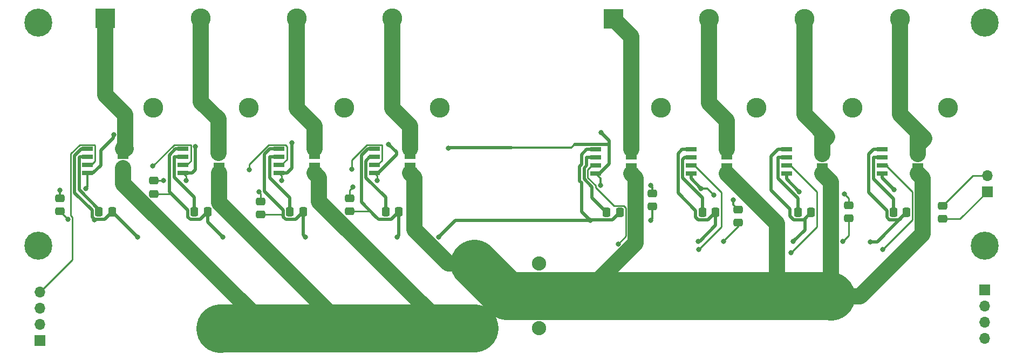
<source format=gbr>
%TF.GenerationSoftware,KiCad,Pcbnew,8.0.3*%
%TF.CreationDate,2024-11-15T02:32:19-08:00*%
%TF.ProjectId,Power_Distribution,506f7765-725f-4446-9973-747269627574,rev?*%
%TF.SameCoordinates,Original*%
%TF.FileFunction,Copper,L1,Top*%
%TF.FilePolarity,Positive*%
%FSLAX46Y46*%
G04 Gerber Fmt 4.6, Leading zero omitted, Abs format (unit mm)*
G04 Created by KiCad (PCBNEW 8.0.3) date 2024-11-15 02:32:19*
%MOMM*%
%LPD*%
G01*
G04 APERTURE LIST*
G04 Aperture macros list*
%AMRoundRect*
0 Rectangle with rounded corners*
0 $1 Rounding radius*
0 $2 $3 $4 $5 $6 $7 $8 $9 X,Y pos of 4 corners*
0 Add a 4 corners polygon primitive as box body*
4,1,4,$2,$3,$4,$5,$6,$7,$8,$9,$2,$3,0*
0 Add four circle primitives for the rounded corners*
1,1,$1+$1,$2,$3*
1,1,$1+$1,$4,$5*
1,1,$1+$1,$6,$7*
1,1,$1+$1,$8,$9*
0 Add four rect primitives between the rounded corners*
20,1,$1+$1,$2,$3,$4,$5,0*
20,1,$1+$1,$4,$5,$6,$7,0*
20,1,$1+$1,$6,$7,$8,$9,0*
20,1,$1+$1,$8,$9,$2,$3,0*%
G04 Aperture macros list end*
%TA.AperFunction,SMDPad,CuDef*%
%ADD10RoundRect,0.250000X-0.475000X0.337500X-0.475000X-0.337500X0.475000X-0.337500X0.475000X0.337500X0*%
%TD*%
%TA.AperFunction,SMDPad,CuDef*%
%ADD11R,1.750000X0.650000*%
%TD*%
%TA.AperFunction,SMDPad,CuDef*%
%ADD12RoundRect,0.250000X-0.337500X-0.475000X0.337500X-0.475000X0.337500X0.475000X-0.337500X0.475000X0*%
%TD*%
%TA.AperFunction,ComponentPad*%
%ADD13R,3.116000X3.116000*%
%TD*%
%TA.AperFunction,ComponentPad*%
%ADD14C,3.116000*%
%TD*%
%TA.AperFunction,ComponentPad*%
%ADD15R,1.700000X1.700000*%
%TD*%
%TA.AperFunction,ComponentPad*%
%ADD16O,1.700000X1.700000*%
%TD*%
%TA.AperFunction,ComponentPad*%
%ADD17C,2.600000*%
%TD*%
%TA.AperFunction,ComponentPad*%
%ADD18C,2.235200*%
%TD*%
%TA.AperFunction,ConnectorPad*%
%ADD19C,4.400000*%
%TD*%
%TA.AperFunction,ViaPad*%
%ADD20C,0.800000*%
%TD*%
%TA.AperFunction,Conductor*%
%ADD21C,0.304800*%
%TD*%
%TA.AperFunction,Conductor*%
%ADD22C,2.500000*%
%TD*%
%TA.AperFunction,Conductor*%
%ADD23C,0.250000*%
%TD*%
%TA.AperFunction,Conductor*%
%ADD24C,0.508000*%
%TD*%
%TA.AperFunction,Conductor*%
%ADD25C,7.500000*%
%TD*%
G04 APERTURE END LIST*
D10*
%TO.P,C_byp2,1*%
%TO.N,5V*%
X277215600Y-122486600D03*
%TO.P,C_byp2,2*%
%TO.N,GND*%
X277215600Y-124561600D03*
%TD*%
D11*
%TO.P,IC2,1,IP+_1*%
%TO.N,+BATT*%
X178362000Y-117465500D03*
%TO.P,IC2,2,IP+_2*%
X178362000Y-116195500D03*
%TO.P,IC2,3,IP-_1*%
%TO.N,PWR2*%
X178362000Y-114925500D03*
%TO.P,IC2,4,IP-_2*%
X178362000Y-113655500D03*
%TO.P,IC2,5,GND*%
%TO.N,GND*%
X172762000Y-113655500D03*
%TO.P,IC2,6,FILTER*%
%TO.N,Net-(IC2-FILTER)*%
X172762000Y-114925500D03*
%TO.P,IC2,7,VIOUT*%
%TO.N,VIout2*%
X172762000Y-116195500D03*
%TO.P,IC2,8,VCC*%
%TO.N,5V*%
X172762000Y-117465500D03*
%TD*%
D10*
%TO.P,C_byp6,1*%
%TO.N,5V*%
X168148000Y-118618000D03*
%TO.P,C_byp6,2*%
%TO.N,GND*%
X168148000Y-120693000D03*
%TD*%
D12*
%TO.P,C_filter1,1*%
%TO.N,Net-(IC1-FILTER)*%
X159524500Y-123560500D03*
%TO.P,C_filter1,2*%
%TO.N,GND*%
X161599500Y-123560500D03*
%TD*%
D11*
%TO.P,IC4,1,IP+_1*%
%TO.N,+BATT*%
X208362000Y-117465500D03*
%TO.P,IC4,2,IP+_2*%
X208362000Y-116195500D03*
%TO.P,IC4,3,IP-_1*%
%TO.N,PWR4*%
X208362000Y-114925500D03*
%TO.P,IC4,4,IP-_2*%
X208362000Y-113655500D03*
%TO.P,IC4,5,GND*%
%TO.N,GND*%
X202762000Y-113655500D03*
%TO.P,IC4,6,FILTER*%
%TO.N,Net-(IC4-FILTER)*%
X202762000Y-114925500D03*
%TO.P,IC4,7,VIOUT*%
%TO.N,VIout4*%
X202762000Y-116195500D03*
%TO.P,IC4,8,VCC*%
%TO.N,5V*%
X202762000Y-117465500D03*
%TD*%
D13*
%TO.P,J2,1,1*%
%TO.N,PWR5*%
X240270000Y-93218000D03*
D14*
%TO.P,J2,2,2*%
%TO.N,-BATT*%
X247770000Y-107218000D03*
%TO.P,J2,3,3*%
%TO.N,PWR6*%
X255270000Y-93218000D03*
%TO.P,J2,4,4*%
%TO.N,-BATT*%
X262770000Y-107218000D03*
%TO.P,J2,5,5*%
%TO.N,PWR7*%
X270270000Y-93218000D03*
%TO.P,J2,6,6*%
%TO.N,-BATT*%
X277770000Y-107218000D03*
%TO.P,J2,7,7*%
%TO.N,PWR8*%
X285270000Y-93218000D03*
%TO.P,J2,8,8*%
%TO.N,-BATT*%
X292770000Y-107218000D03*
%TD*%
D10*
%TO.P,C_byp8,1*%
%TO.N,5V*%
X198882000Y-121390500D03*
%TO.P,C_byp8,2*%
%TO.N,GND*%
X198882000Y-123465500D03*
%TD*%
D12*
%TO.P,C_filter8,1*%
%TO.N,Net-(IC8-FILTER)*%
X284232500Y-123618000D03*
%TO.P,C_filter8,2*%
%TO.N,GND*%
X286307500Y-123618000D03*
%TD*%
%TO.P,C_filter7,1*%
%TO.N,Net-(IC7-FILTER)*%
X269232500Y-123618000D03*
%TO.P,C_filter7,2*%
%TO.N,GND*%
X271307500Y-123618000D03*
%TD*%
D11*
%TO.P,IC7,1,IP+_1*%
%TO.N,+BATT*%
X273070000Y-117523000D03*
%TO.P,IC7,2,IP+_2*%
X273070000Y-116253000D03*
%TO.P,IC7,3,IP-_1*%
%TO.N,PWR7*%
X273070000Y-114983000D03*
%TO.P,IC7,4,IP-_2*%
X273070000Y-113713000D03*
%TO.P,IC7,5,GND*%
%TO.N,GND*%
X267470000Y-113713000D03*
%TO.P,IC7,6,FILTER*%
%TO.N,Net-(IC7-FILTER)*%
X267470000Y-114983000D03*
%TO.P,IC7,7,VIOUT*%
%TO.N,VIout7*%
X267470000Y-116253000D03*
%TO.P,IC7,8,VCC*%
%TO.N,5V*%
X267470000Y-117523000D03*
%TD*%
D15*
%TO.P,J3,1,Pin_1*%
%TO.N,VIout4*%
X150275000Y-143800000D03*
D16*
%TO.P,J3,2,Pin_2*%
%TO.N,VIout3*%
X150275000Y-141260000D03*
%TO.P,J3,3,Pin_3*%
%TO.N,VIout2*%
X150275000Y-138720000D03*
%TO.P,J3,4,Pin_4*%
%TO.N,VIout1*%
X150275000Y-136180000D03*
%TD*%
D12*
%TO.P,C_filter4,1*%
%TO.N,Net-(IC4-FILTER)*%
X204524500Y-123560500D03*
%TO.P,C_filter4,2*%
%TO.N,GND*%
X206599500Y-123560500D03*
%TD*%
D10*
%TO.P,C_byp3,1*%
%TO.N,5V*%
X259842000Y-123168500D03*
%TO.P,C_byp3,2*%
%TO.N,GND*%
X259842000Y-125243500D03*
%TD*%
D13*
%TO.P,J1,1,1*%
%TO.N,PWR1*%
X160562000Y-93160500D03*
D14*
%TO.P,J1,2,2*%
%TO.N,-BATT*%
X168062000Y-107160500D03*
%TO.P,J1,3,3*%
%TO.N,PWR2*%
X175562000Y-93160500D03*
%TO.P,J1,4,4*%
%TO.N,-BATT*%
X183062000Y-107160500D03*
%TO.P,J1,5,5*%
%TO.N,PWR3*%
X190562000Y-93160500D03*
%TO.P,J1,6,6*%
%TO.N,-BATT*%
X198062000Y-107160500D03*
%TO.P,J1,7,7*%
%TO.N,PWR4*%
X205562000Y-93160500D03*
%TO.P,J1,8,8*%
%TO.N,-BATT*%
X213062000Y-107160500D03*
%TD*%
D12*
%TO.P,C_filter3,1*%
%TO.N,Net-(IC3-FILTER)*%
X189524500Y-123560500D03*
%TO.P,C_filter3,2*%
%TO.N,GND*%
X191599500Y-123560500D03*
%TD*%
D11*
%TO.P,IC3,1,IP+_1*%
%TO.N,+BATT*%
X193362000Y-117465500D03*
%TO.P,IC3,2,IP+_2*%
X193362000Y-116195500D03*
%TO.P,IC3,3,IP-_1*%
%TO.N,PWR3*%
X193362000Y-114925500D03*
%TO.P,IC3,4,IP-_2*%
X193362000Y-113655500D03*
%TO.P,IC3,5,GND*%
%TO.N,GND*%
X187762000Y-113655500D03*
%TO.P,IC3,6,FILTER*%
%TO.N,Net-(IC3-FILTER)*%
X187762000Y-114925500D03*
%TO.P,IC3,7,VIOUT*%
%TO.N,VIout3*%
X187762000Y-116195500D03*
%TO.P,IC3,8,VCC*%
%TO.N,5V*%
X187762000Y-117465500D03*
%TD*%
D15*
%TO.P,J5,1,Pin_1*%
%TO.N,VIout8*%
X298550000Y-135825000D03*
D16*
%TO.P,J5,2,Pin_2*%
%TO.N,VIout7*%
X298550000Y-138365000D03*
%TO.P,J5,3,Pin_3*%
%TO.N,VIout6*%
X298550000Y-140905000D03*
%TO.P,J5,4,Pin_4*%
%TO.N,VIout5*%
X298550000Y-143445000D03*
%TD*%
D11*
%TO.P,IC8,1,IP+_1*%
%TO.N,+BATT*%
X288070000Y-117523000D03*
%TO.P,IC8,2,IP+_2*%
X288070000Y-116253000D03*
%TO.P,IC8,3,IP-_1*%
%TO.N,PWR8*%
X288070000Y-114983000D03*
%TO.P,IC8,4,IP-_2*%
X288070000Y-113713000D03*
%TO.P,IC8,5,GND*%
%TO.N,GND*%
X282470000Y-113713000D03*
%TO.P,IC8,6,FILTER*%
%TO.N,Net-(IC8-FILTER)*%
X282470000Y-114983000D03*
%TO.P,IC8,7,VIOUT*%
%TO.N,VIout8*%
X282470000Y-116253000D03*
%TO.P,IC8,8,VCC*%
%TO.N,5V*%
X282470000Y-117523000D03*
%TD*%
%TO.P,IC5,1,IP+_1*%
%TO.N,+BATT*%
X243070000Y-117523000D03*
%TO.P,IC5,2,IP+_2*%
X243070000Y-116253000D03*
%TO.P,IC5,3,IP-_1*%
%TO.N,PWR5*%
X243070000Y-114983000D03*
%TO.P,IC5,4,IP-_2*%
X243070000Y-113713000D03*
%TO.P,IC5,5,GND*%
%TO.N,GND*%
X237470000Y-113713000D03*
%TO.P,IC5,6,FILTER*%
%TO.N,Net-(IC5-FILTER)*%
X237470000Y-114983000D03*
%TO.P,IC5,7,VIOUT*%
%TO.N,VIout5*%
X237470000Y-116253000D03*
%TO.P,IC5,8,VCC*%
%TO.N,5V*%
X237470000Y-117523000D03*
%TD*%
D17*
%TO.P,,1*%
%TO.N,N/C*%
X150050000Y-128825000D03*
%TD*%
D12*
%TO.P,C_filter2,1*%
%TO.N,Net-(IC2-FILTER)*%
X174524500Y-123560500D03*
%TO.P,C_filter2,2*%
%TO.N,GND*%
X176599500Y-123560500D03*
%TD*%
D10*
%TO.P,C_byp7,1*%
%TO.N,5V*%
X184912000Y-121898500D03*
%TO.P,C_byp7,2*%
%TO.N,GND*%
X184912000Y-123973500D03*
%TD*%
D18*
%TO.P,J4,1A,1A*%
%TO.N,+BATT*%
X218440000Y-131690000D03*
%TO.P,J4,1B,1B*%
X218440000Y-141850000D03*
%TO.P,J4,2A,2A*%
%TO.N,-BATT*%
X228600000Y-131690000D03*
%TO.P,J4,2B,2B*%
X228600000Y-141850000D03*
%TD*%
D17*
%TO.P,REF\u002A\u002A,1*%
%TO.N,N/C*%
X298550000Y-128825000D03*
D19*
X298550000Y-128825000D03*
%TD*%
D10*
%TO.P,C_byp4,1*%
%TO.N,5V*%
X246380000Y-120628500D03*
%TO.P,C_byp4,2*%
%TO.N,GND*%
X246380000Y-122703500D03*
%TD*%
D12*
%TO.P,C_filter6,1*%
%TO.N,Net-(IC6-FILTER)*%
X254232500Y-123618000D03*
%TO.P,C_filter6,2*%
%TO.N,GND*%
X256307500Y-123618000D03*
%TD*%
%TO.P,C_filter5,1*%
%TO.N,Net-(IC5-FILTER)*%
X239232500Y-123618000D03*
%TO.P,C_filter5,2*%
%TO.N,GND*%
X241307500Y-123618000D03*
%TD*%
D15*
%TO.P,REF\u002A\u002A,1*%
%TO.N,GND*%
X298933000Y-120376000D03*
D16*
%TO.P,REF\u002A\u002A,2*%
%TO.N,5V*%
X298933000Y-117836000D03*
%TD*%
D17*
%TO.P,REF\u002A\u002A,1*%
%TO.N,N/C*%
X150050000Y-128825000D03*
D19*
X150050000Y-128825000D03*
%TD*%
D10*
%TO.P,C_byp1,1*%
%TO.N,5V*%
X291947600Y-122558900D03*
%TO.P,C_byp1,2*%
%TO.N,GND*%
X291947600Y-124633900D03*
%TD*%
D17*
%TO.P,REF\u002A\u002A,1*%
%TO.N,N/C*%
X298550000Y-93825000D03*
D19*
X298550000Y-93825000D03*
%TD*%
D11*
%TO.P,IC6,1,IP+_1*%
%TO.N,+BATT*%
X258070000Y-117523000D03*
%TO.P,IC6,2,IP+_2*%
X258070000Y-116253000D03*
%TO.P,IC6,3,IP-_1*%
%TO.N,PWR6*%
X258070000Y-114983000D03*
%TO.P,IC6,4,IP-_2*%
X258070000Y-113713000D03*
%TO.P,IC6,5,GND*%
%TO.N,GND*%
X252470000Y-113713000D03*
%TO.P,IC6,6,FILTER*%
%TO.N,Net-(IC6-FILTER)*%
X252470000Y-114983000D03*
%TO.P,IC6,7,VIOUT*%
%TO.N,VIout6*%
X252470000Y-116253000D03*
%TO.P,IC6,8,VCC*%
%TO.N,5V*%
X252470000Y-117523000D03*
%TD*%
D17*
%TO.P,REF\u002A\u002A,1*%
%TO.N,N/C*%
X150050000Y-93825000D03*
D19*
X150050000Y-93825000D03*
%TD*%
D10*
%TO.P,C_byp5,1*%
%TO.N,5V*%
X153416000Y-121390500D03*
%TO.P,C_byp5,2*%
%TO.N,GND*%
X153416000Y-123465500D03*
%TD*%
D11*
%TO.P,IC1,1,IP+_1*%
%TO.N,+BATT*%
X163362000Y-117465500D03*
%TO.P,IC1,2,IP+_2*%
X163362000Y-116195500D03*
%TO.P,IC1,3,IP-_1*%
%TO.N,PWR1*%
X163362000Y-114925500D03*
%TO.P,IC1,4,IP-_2*%
X163362000Y-113655500D03*
%TO.P,IC1,5,GND*%
%TO.N,GND*%
X157762000Y-113655500D03*
%TO.P,IC1,6,FILTER*%
%TO.N,Net-(IC1-FILTER)*%
X157762000Y-114925500D03*
%TO.P,IC1,7,VIOUT*%
%TO.N,VIout1*%
X157762000Y-116195500D03*
%TO.P,IC1,8,VCC*%
%TO.N,5V*%
X157762000Y-117465500D03*
%TD*%
D20*
%TO.N,5V*%
X276555200Y-120751600D03*
%TO.N,GND*%
X276301200Y-128175000D03*
%TO.N,5V*%
X254050000Y-119875000D03*
X238325000Y-111100000D03*
X188214000Y-118618000D03*
X169672000Y-118618000D03*
X284350000Y-120075000D03*
X173228000Y-118618000D03*
X153416000Y-120142000D03*
X161856100Y-111442411D03*
X184658000Y-120396000D03*
X199390000Y-119634000D03*
X203200000Y-118618000D03*
X246126000Y-119380000D03*
X214376000Y-113538000D03*
X238252000Y-119380000D03*
X259080000Y-121666000D03*
X174690200Y-113280217D03*
X157480000Y-119888000D03*
X256032000Y-120904000D03*
X204985169Y-112899491D03*
X189794524Y-112708846D03*
X269450000Y-120375000D03*
%TO.N,VIout2*%
X168000000Y-116350000D03*
%TO.N,VIout3*%
X183150000Y-116900000D03*
%TO.N,VIout4*%
X199200000Y-116850000D03*
%TO.N,VIout5*%
X241030447Y-128564331D03*
%TO.N,VIout6*%
X253675000Y-129425000D03*
%TO.N,VIout7*%
X268125000Y-129975000D03*
%TO.N,VIout8*%
X282550000Y-129425000D03*
%TO.N,GND*%
X253625000Y-128175000D03*
X154686000Y-124714000D03*
X280600000Y-128225000D03*
X212852000Y-127508000D03*
X257556000Y-128175000D03*
X165625000Y-127525000D03*
X246126000Y-124850000D03*
X158843821Y-124818412D03*
X268525000Y-128175000D03*
X206300000Y-127525000D03*
X179025000Y-127525000D03*
X236625000Y-124850000D03*
X191950000Y-127475000D03*
%TD*%
D21*
%TO.N,5V*%
X224260500Y-113462000D02*
X233674396Y-113462000D01*
X233674396Y-113462000D02*
X234211396Y-112925000D01*
D22*
%TO.N,PWR8*%
X285270000Y-108232000D02*
X288070000Y-111032000D01*
X288070000Y-111032000D02*
X288070000Y-114478000D01*
%TO.N,PWR7*%
X270270000Y-108218000D02*
X273100800Y-111048800D01*
X273100800Y-111048800D02*
X273100800Y-114478000D01*
%TO.N,PWR6*%
X255270000Y-106426000D02*
X258070000Y-109226000D01*
X258070000Y-109226000D02*
X258070000Y-113713000D01*
D23*
%TO.N,GND*%
X291947600Y-124633900D02*
X294675100Y-124633900D01*
X294675100Y-124633900D02*
X298933000Y-120376000D01*
%TO.N,5V*%
X298933000Y-117836000D02*
X296670500Y-117836000D01*
X296670500Y-117836000D02*
X291947600Y-122558900D01*
X277215600Y-122486600D02*
X277215600Y-121412000D01*
X277215600Y-121412000D02*
X276555200Y-120751600D01*
%TO.N,GND*%
X277215600Y-124561600D02*
X277215600Y-127260600D01*
X277215600Y-127260600D02*
X276301200Y-128175000D01*
D24*
%TO.N,Net-(IC1-FILTER)*%
X156433000Y-115009490D02*
X156433000Y-120053264D01*
X157762000Y-114925500D02*
X156516990Y-114925500D01*
X156516990Y-114925500D02*
X156433000Y-115009490D01*
X156433000Y-120053264D02*
X159524500Y-123144764D01*
%TO.N,5V*%
X267470000Y-118395000D02*
X267470000Y-117523000D01*
D23*
X198882000Y-120142000D02*
X199390000Y-119634000D01*
D24*
X161787000Y-111563000D02*
X161787000Y-111963000D01*
D23*
X188214000Y-118618000D02*
X188214000Y-117917500D01*
D21*
X246380000Y-119634000D02*
X246126000Y-119380000D01*
D24*
X189034500Y-117465500D02*
X189794524Y-116705476D01*
D23*
X184912000Y-121898500D02*
X184912000Y-120650000D01*
D24*
X238050000Y-117523000D02*
X239600000Y-115973000D01*
D23*
X161856100Y-111493900D02*
X161856100Y-111442411D01*
D21*
X153416000Y-120142000D02*
X153416000Y-121390500D01*
D24*
X282470000Y-118195000D02*
X282470000Y-117523000D01*
X239400000Y-112925000D02*
X234211396Y-112925000D01*
X158600000Y-117465500D02*
X157762000Y-117465500D01*
X206225000Y-114139322D02*
X204985169Y-112899491D01*
X159850000Y-116215500D02*
X158600000Y-117465500D01*
D23*
X214452000Y-113462000D02*
X214376000Y-113538000D01*
D24*
X159850000Y-113900000D02*
X159850000Y-116215500D01*
D23*
X188214000Y-117917500D02*
X187762000Y-117465500D01*
X198882000Y-121390500D02*
X198882000Y-120142000D01*
D24*
X239600000Y-115973000D02*
X239600000Y-112375000D01*
D21*
X259080000Y-122406500D02*
X259842000Y-123168500D01*
X259080000Y-121666000D02*
X259080000Y-122406500D01*
D23*
X203200000Y-118618000D02*
X203200000Y-117903500D01*
X168148000Y-118618000D02*
X169672000Y-118618000D01*
D24*
X269450000Y-120375000D02*
X267470000Y-118395000D01*
D21*
X157762000Y-117465500D02*
X157762000Y-119606000D01*
X238252000Y-118305000D02*
X237470000Y-117523000D01*
D24*
X174145000Y-117465500D02*
X174690200Y-116920300D01*
D21*
X238252000Y-119380000D02*
X238252000Y-118305000D01*
X254050000Y-119875000D02*
X255003000Y-119875000D01*
D23*
X161787000Y-111563000D02*
X161856100Y-111493900D01*
D24*
X189794524Y-116705476D02*
X189794524Y-112708846D01*
X203342000Y-117465500D02*
X206225000Y-114582500D01*
X252470000Y-118295000D02*
X252470000Y-117523000D01*
D23*
X173228000Y-118618000D02*
X173228000Y-117931500D01*
D24*
X174690200Y-116920300D02*
X174690200Y-113280217D01*
X206225000Y-114582500D02*
X206225000Y-114139322D01*
X239600000Y-112375000D02*
X238325000Y-111100000D01*
D23*
X203200000Y-117903500D02*
X202762000Y-117465500D01*
X173228000Y-117931500D02*
X172762000Y-117465500D01*
D24*
X284350000Y-120075000D02*
X282470000Y-118195000D01*
X161787000Y-111963000D02*
X159850000Y-113900000D01*
D21*
X255003000Y-119875000D02*
X256032000Y-120904000D01*
D24*
X224260500Y-113462000D02*
X214452000Y-113462000D01*
D21*
X157762000Y-119606000D02*
X157480000Y-119888000D01*
X246380000Y-120628500D02*
X246380000Y-119634000D01*
D24*
X172762000Y-117465500D02*
X174145000Y-117465500D01*
X188312000Y-117465500D02*
X189034500Y-117465500D01*
D23*
X184912000Y-120650000D02*
X184658000Y-120396000D01*
D24*
X254050000Y-119875000D02*
X252470000Y-118295000D01*
D23*
%TO.N,VIout1*%
X155414200Y-131040800D02*
X155414200Y-124412369D01*
X156562000Y-113005500D02*
X158880500Y-113005500D01*
X158880500Y-113005500D02*
X158962000Y-113087000D01*
X155146000Y-114421500D02*
X156562000Y-113005500D01*
X158962000Y-115575500D02*
X158342000Y-116195500D01*
X150275000Y-136180000D02*
X155414200Y-131040800D01*
X155414200Y-124412369D02*
X155146000Y-124144169D01*
X158962000Y-113087000D02*
X158962000Y-115575500D01*
X155146000Y-124144169D02*
X155146000Y-114421500D01*
%TO.N,VIout2*%
X168000000Y-116350000D02*
X171344500Y-113005500D01*
X173962000Y-115575500D02*
X173342000Y-116195500D01*
X171344500Y-113005500D02*
X173962000Y-113005500D01*
X173962000Y-113005500D02*
X173962000Y-115575500D01*
D24*
%TO.N,Net-(IC2-FILTER)*%
X174524500Y-121249500D02*
X174524500Y-123560500D01*
X172762000Y-114925500D02*
X171379000Y-114925500D01*
X171379000Y-118104000D02*
X174524500Y-121249500D01*
X171379000Y-114925500D02*
X171379000Y-118104000D01*
%TO.N,Net-(IC3-FILTER)*%
X187762000Y-114925500D02*
X186379000Y-114925500D01*
X186379000Y-118190500D02*
X189524500Y-121336000D01*
X189524500Y-121336000D02*
X189524500Y-123560500D01*
X186379000Y-114925500D02*
X186379000Y-118190500D01*
D23*
%TO.N,VIout3*%
X189050000Y-113250000D02*
X189050000Y-115325000D01*
X189050000Y-115325000D02*
X188179500Y-116195500D01*
X186210170Y-113005500D02*
X188805500Y-113005500D01*
X183150000Y-116900000D02*
X183150000Y-116065670D01*
X188805500Y-113005500D02*
X189050000Y-113250000D01*
X183150000Y-116065670D02*
X186210170Y-113005500D01*
D24*
%TO.N,Net-(IC4-FILTER)*%
X202049500Y-114925500D02*
X201433000Y-115542000D01*
X201433000Y-118158000D02*
X204524500Y-121249500D01*
X201433000Y-115542000D02*
X201433000Y-118158000D01*
X204524500Y-121249500D02*
X204524500Y-123560500D01*
X202762000Y-114925500D02*
X202049500Y-114925500D01*
D23*
%TO.N,VIout4*%
X201562000Y-113005500D02*
X203962000Y-113005500D01*
X203962000Y-115478500D02*
X203245000Y-116195500D01*
X203962000Y-113005500D02*
X203962000Y-115478500D01*
X199200000Y-116850000D02*
X199200000Y-115367500D01*
X199200000Y-115367500D02*
X201562000Y-113005500D01*
D24*
%TO.N,Net-(IC5-FILTER)*%
X236087000Y-114983000D02*
X236087000Y-116267170D01*
X236944800Y-119653630D02*
X236944800Y-121330300D01*
X236944800Y-121330300D02*
X239232500Y-123618000D01*
X236087000Y-116267170D02*
X235691000Y-116663170D01*
X237470000Y-114983000D02*
X236087000Y-114983000D01*
X235691000Y-118399830D02*
X236944800Y-119653630D01*
X235691000Y-116663170D02*
X235691000Y-118399830D01*
D23*
%TO.N,VIout5*%
X242220000Y-122897900D02*
X242220000Y-127374778D01*
X236270000Y-118160000D02*
X237523800Y-119413800D01*
X240410169Y-122568000D02*
X241890100Y-122568000D01*
X236270000Y-116903000D02*
X236270000Y-118160000D01*
X236920000Y-116253000D02*
X236270000Y-116903000D01*
X237523800Y-119681631D02*
X240410169Y-122568000D01*
X242220000Y-127374778D02*
X241030447Y-128564331D01*
X237523800Y-119413800D02*
X237523800Y-119681631D01*
X241890100Y-122568000D02*
X242220000Y-122897900D01*
%TO.N,VIout6*%
X257220000Y-120453000D02*
X253020000Y-116253000D01*
X253675000Y-129425000D02*
X257220000Y-125880000D01*
X257220000Y-125880000D02*
X257220000Y-120453000D01*
D24*
%TO.N,Net-(IC6-FILTER)*%
X251141000Y-115284000D02*
X251442000Y-114983000D01*
X254232500Y-123618000D02*
X254232500Y-121280500D01*
X254232500Y-121280500D02*
X251141000Y-118189000D01*
X251141000Y-118189000D02*
X251141000Y-115284000D01*
X251442000Y-114983000D02*
X252470000Y-114983000D01*
D23*
%TO.N,VIout7*%
X268125000Y-129975000D02*
X272220000Y-125880000D01*
X272220000Y-125880000D02*
X272220000Y-120423000D01*
X272220000Y-120423000D02*
X268050000Y-116253000D01*
D24*
%TO.N,Net-(IC7-FILTER)*%
X269232500Y-121393500D02*
X269232500Y-123618000D01*
X266087000Y-118248000D02*
X269232500Y-121393500D01*
X266087000Y-114983000D02*
X266087000Y-118248000D01*
X267470000Y-114983000D02*
X266087000Y-114983000D01*
%TO.N,Net-(IC8-FILTER)*%
X281087000Y-114983000D02*
X281087000Y-118337000D01*
X281087000Y-118337000D02*
X284232500Y-121482500D01*
X282470000Y-114983000D02*
X281087000Y-114983000D01*
X284232500Y-121482500D02*
X284232500Y-123618000D01*
D23*
%TO.N,VIout8*%
X282470000Y-116253000D02*
X283295000Y-116253000D01*
X287220000Y-120423000D02*
X283050000Y-116253000D01*
X287220000Y-124755000D02*
X287220000Y-120423000D01*
X282550000Y-129425000D02*
X287220000Y-124755000D01*
D25*
%TO.N,+BATT*%
X209175000Y-141850000D02*
X194125000Y-141850000D01*
D22*
X243795000Y-118248000D02*
X243795000Y-128420600D01*
D25*
X223507600Y-136757600D02*
X251650000Y-136757600D01*
X251650000Y-136757600D02*
X266025000Y-136757600D01*
D22*
X258070000Y-117523000D02*
X265946800Y-125399800D01*
X186081410Y-141850000D02*
X194125000Y-141850000D01*
X163362000Y-119130590D02*
X186081410Y-141850000D01*
X214042910Y-141850000D02*
X218440000Y-141850000D01*
D25*
X218440000Y-141850000D02*
X209175000Y-141850000D01*
D22*
X194087000Y-118190500D02*
X194087000Y-121894090D01*
X194087000Y-121894090D02*
X214042910Y-141850000D01*
X278950000Y-136800000D02*
X274400000Y-136800000D01*
X288795000Y-118248000D02*
X288795000Y-126955000D01*
X243070000Y-117523000D02*
X243795000Y-118248000D01*
X198112590Y-141850000D02*
X209175000Y-141850000D01*
D25*
X194125000Y-141850000D02*
X178600000Y-141850000D01*
D22*
X235458000Y-136757600D02*
X223507600Y-136757600D01*
X178362000Y-122099410D02*
X198112590Y-141850000D01*
X288795000Y-126955000D02*
X278950000Y-136800000D01*
X273070000Y-117523000D02*
X274400000Y-118853000D01*
X265946800Y-125399800D02*
X265946800Y-136679400D01*
X288070000Y-117523000D02*
X288795000Y-118248000D01*
X208362000Y-117465500D02*
X209087000Y-118190500D01*
D25*
X218440000Y-131690000D02*
X223507600Y-136757600D01*
D22*
X178362000Y-117465500D02*
X178362000Y-122099410D01*
X214417704Y-131690000D02*
X218440000Y-131690000D01*
X193362000Y-117465500D02*
X194087000Y-118190500D01*
X274400000Y-118853000D02*
X274400000Y-136800000D01*
D25*
X178600000Y-141850000D02*
X178575000Y-141875000D01*
D22*
X243795000Y-128420600D02*
X235458000Y-136757600D01*
D25*
X266025000Y-136757600D02*
X274357600Y-136757600D01*
D22*
X265946800Y-136679400D02*
X266025000Y-136757600D01*
X182250000Y-138200000D02*
X178575000Y-141875000D01*
D25*
X274357600Y-136757600D02*
X274400000Y-136800000D01*
D22*
X163362000Y-119130590D02*
X163362000Y-116700500D01*
X209087000Y-118190500D02*
X209087000Y-126359296D01*
X209087000Y-126359296D02*
X214417704Y-131690000D01*
%TO.N,PWR2*%
X175562000Y-93160500D02*
X175562000Y-106220000D01*
X175562000Y-106220000D02*
X178308000Y-108966000D01*
X178308000Y-108966000D02*
X178308000Y-114300000D01*
%TO.N,PWR3*%
X193362000Y-110050000D02*
X193362000Y-113655500D01*
X190562000Y-107250000D02*
X193362000Y-110050000D01*
X190562000Y-93160500D02*
X190562000Y-107250000D01*
D24*
X193362000Y-113655500D02*
X193362000Y-114925500D01*
%TO.N,PWR4*%
X208362000Y-113655500D02*
X208362000Y-114925500D01*
D22*
X208362000Y-110064000D02*
X208362000Y-113655500D01*
X205562000Y-107264000D02*
X208362000Y-110064000D01*
X205562000Y-93160500D02*
X205562000Y-107264000D01*
%TO.N,PWR5*%
X240270000Y-93218000D02*
X243070000Y-96018000D01*
D24*
X243070000Y-113713000D02*
X243070000Y-114983000D01*
D22*
X243070000Y-96018000D02*
X243070000Y-113713000D01*
D24*
%TO.N,PWR6*%
X258070000Y-114983000D02*
X258070000Y-113713000D01*
D22*
X255270000Y-93218000D02*
X255270000Y-106426000D01*
%TO.N,PWR7*%
X270270000Y-108218000D02*
X273812000Y-111760000D01*
X273812000Y-111760000D02*
X273070000Y-112502000D01*
X270270000Y-93218000D02*
X270270000Y-108218000D01*
X273070000Y-112502000D02*
X273070000Y-113713000D01*
D24*
X273070000Y-114983000D02*
X273070000Y-113713000D01*
D22*
%TO.N,PWR8*%
X288070000Y-112996000D02*
X288070000Y-113713000D01*
X289052000Y-112014000D02*
X288070000Y-112996000D01*
X285270000Y-108232000D02*
X289052000Y-112014000D01*
X285270000Y-93218000D02*
X285270000Y-108232000D01*
D24*
X288070000Y-113713000D02*
X288070000Y-114983000D01*
D22*
%TO.N,PWR1*%
X163712500Y-113655500D02*
X163362000Y-113655500D01*
X160562000Y-93160500D02*
X160562000Y-105120218D01*
X163709300Y-108267518D02*
X163709300Y-113308200D01*
X160562000Y-105120218D02*
X163709300Y-108267518D01*
X163709300Y-113308200D02*
X163362000Y-113655500D01*
D24*
%TO.N,GND*%
X185550000Y-114484500D02*
X185550000Y-120348500D01*
D21*
X246380000Y-122703500D02*
X246380000Y-124596000D01*
D24*
X158888466Y-124739500D02*
X160420500Y-124739500D01*
X205420500Y-124739500D02*
X206599500Y-123560500D01*
X281087000Y-113713000D02*
X280300000Y-114500000D01*
D23*
X168148000Y-120693000D02*
X170894500Y-120693000D01*
D24*
X200725000Y-121985000D02*
X203073000Y-124333000D01*
X270128500Y-124797000D02*
X270325250Y-124600250D01*
X267970000Y-124170534D02*
X268596466Y-124797000D01*
X280300000Y-120448000D02*
X283191000Y-123339000D01*
X281700500Y-128225000D02*
X286307500Y-123618000D01*
X200725000Y-114661330D02*
X200725000Y-121985000D01*
X255128500Y-124797000D02*
X256307500Y-123618000D01*
X283596466Y-124797000D02*
X285128500Y-124797000D01*
X235275000Y-118985094D02*
X235275000Y-123515000D01*
X234983000Y-118693094D02*
X235275000Y-118985094D01*
X173888466Y-124739500D02*
X175420500Y-124739500D01*
X256307500Y-125667500D02*
X253800000Y-128175000D01*
X253596466Y-124797000D02*
X255128500Y-124797000D01*
X266087000Y-113713000D02*
X265000000Y-114800000D01*
X175420500Y-124739500D02*
X176599500Y-123560500D01*
X252470000Y-113713000D02*
X251087000Y-113713000D01*
D21*
X259842000Y-125889000D02*
X257556000Y-128175000D01*
D24*
X236557000Y-124797000D02*
X240128500Y-124797000D01*
X285128500Y-124797000D02*
X286307500Y-123618000D01*
X282470000Y-113713000D02*
X281087000Y-113713000D01*
X265000000Y-114800000D02*
X265000000Y-120148000D01*
X202762000Y-113655500D02*
X201730830Y-113655500D01*
D23*
X202205500Y-123465500D02*
X203073000Y-124333000D01*
D24*
X256307500Y-125667500D02*
X256307500Y-123618000D01*
X253191000Y-123339000D02*
X253191000Y-124391534D01*
X270325250Y-126374750D02*
X268525000Y-128175000D01*
X170575000Y-114593830D02*
X170575000Y-120373500D01*
X188483000Y-123281500D02*
X188483000Y-124334034D01*
X280300000Y-114500000D02*
X280300000Y-120448000D01*
X250433000Y-120581000D02*
X253191000Y-123339000D01*
X203479500Y-124739500D02*
X205420500Y-124739500D01*
X237470000Y-113713000D02*
X236087000Y-113713000D01*
X270325250Y-124600250D02*
X271307500Y-123618000D01*
X265000000Y-120148000D02*
X267970000Y-123118000D01*
X280600000Y-128225000D02*
X281700500Y-128225000D01*
X155725000Y-120523500D02*
X158483000Y-123281500D01*
X172762000Y-113655500D02*
X171513330Y-113655500D01*
X236087000Y-113713000D02*
X235275000Y-114525000D01*
X157762000Y-113655500D02*
X156785726Y-113655500D01*
X170575000Y-120373500D02*
X171531750Y-121330250D01*
X187762000Y-113655500D02*
X186379000Y-113655500D01*
X206599500Y-127225500D02*
X206599500Y-123560500D01*
X235275000Y-116077907D02*
X234983000Y-116369906D01*
X215510000Y-124850000D02*
X212852000Y-127508000D01*
X203073000Y-124333000D02*
X203479500Y-124739500D01*
X185550000Y-120348500D02*
X188483000Y-123281500D01*
D23*
X184912000Y-123973500D02*
X188122466Y-123973500D01*
D24*
X171513330Y-113655500D02*
X170575000Y-114593830D01*
X173483000Y-124334034D02*
X173888466Y-124739500D01*
X176599500Y-125099500D02*
X176599500Y-123560500D01*
X268596466Y-124797000D02*
X270128500Y-124797000D01*
X188888466Y-124739500D02*
X190420500Y-124739500D01*
X156785726Y-113655500D02*
X155725000Y-114716226D01*
D21*
X259842000Y-125243500D02*
X259842000Y-125889000D01*
D24*
X240128500Y-124797000D02*
X241307500Y-123618000D01*
X270325250Y-124600250D02*
X270325250Y-126374750D01*
X250433000Y-114367000D02*
X250433000Y-120581000D01*
X191599500Y-127124500D02*
X191599500Y-123560500D01*
X283191000Y-124391534D02*
X283596466Y-124797000D01*
X165625000Y-127525000D02*
X161660500Y-123560500D01*
X234983000Y-116369906D02*
X234983000Y-118693094D01*
X188483000Y-124334034D02*
X188888466Y-124739500D01*
X235275000Y-123515000D02*
X236557000Y-124797000D01*
X171531750Y-121330250D02*
X173483000Y-123281500D01*
D21*
X153437500Y-123465500D02*
X154686000Y-124714000D01*
D24*
X158483000Y-124334034D02*
X158888466Y-124739500D01*
X186379000Y-113655500D02*
X185550000Y-114484500D01*
X206300000Y-127525000D02*
X206599500Y-127225500D01*
X190420500Y-124739500D02*
X191599500Y-123560500D01*
X173483000Y-123281500D02*
X173483000Y-124334034D01*
X235275000Y-114525000D02*
X235275000Y-116077907D01*
X236625000Y-124850000D02*
X215510000Y-124850000D01*
X251087000Y-113713000D02*
X250433000Y-114367000D01*
X267970000Y-123118000D02*
X267970000Y-124170534D01*
X253191000Y-124391534D02*
X253596466Y-124797000D01*
X283191000Y-123339000D02*
X283191000Y-124391534D01*
D23*
X170894500Y-120693000D02*
X171531750Y-121330250D01*
D24*
X201730830Y-113655500D02*
X200725000Y-114661330D01*
D23*
X198882000Y-123465500D02*
X202205500Y-123465500D01*
X188122466Y-123973500D02*
X188888466Y-124739500D01*
D24*
X155725000Y-114716226D02*
X155725000Y-120523500D01*
X179025000Y-127525000D02*
X176599500Y-125099500D01*
X160420500Y-124739500D02*
X161599500Y-123560500D01*
X191950000Y-127475000D02*
X191599500Y-127124500D01*
X158483000Y-123281500D02*
X158483000Y-124334034D01*
D21*
X246380000Y-124596000D02*
X246126000Y-124850000D01*
D23*
X253800000Y-128175000D02*
X253625000Y-128175000D01*
D24*
X267470000Y-113713000D02*
X266087000Y-113713000D01*
%TD*%
M02*

</source>
